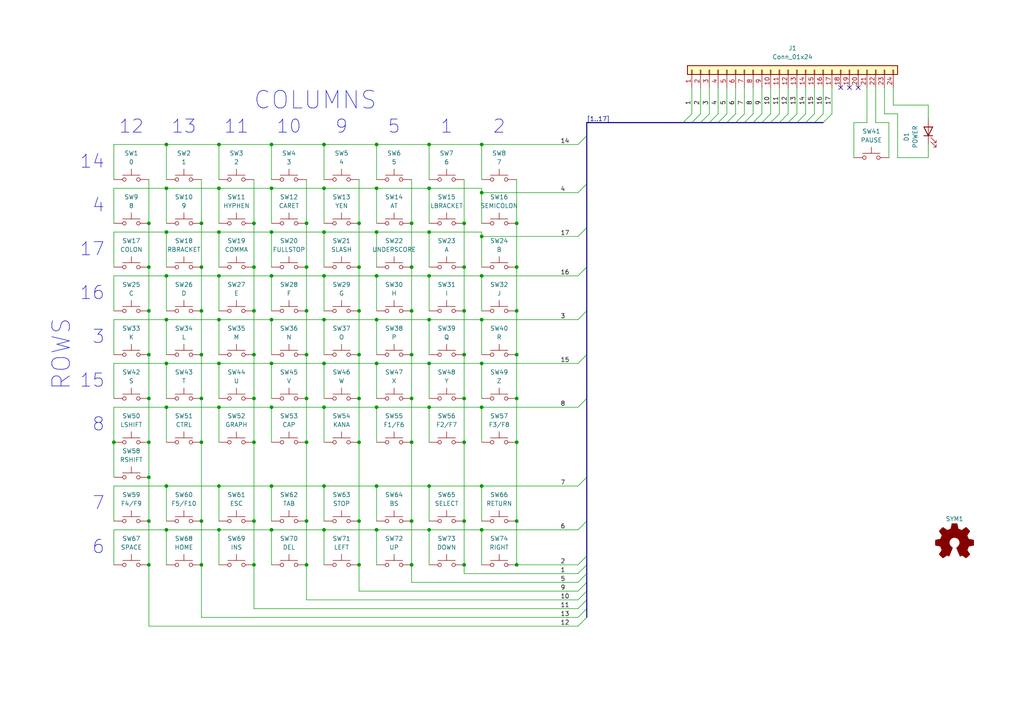
<source format=kicad_sch>
(kicad_sch (version 20231120) (generator "eeschema") (generator_version "8.0")
  (paper "A4")
  (title_block (title "HB-F1 MSX Keyboard Membrane Schematic") (date "2025-01-07") (rev "0.1") (comment 1 "This source describes Open Hardware and is licensed under the CERN-OHL-W v2 or later.") (comment 2 "Copyright Alexander Knapik 2025."))
  (lib_symbols
    (symbol "Connector_Generic:Conn_01x24" (pin_names (offset 1.016) hide)
      (property "Reference" "J" (at 0 30.48 0))
      (property "Value" "Conn_01x24" (at 0 -33.02 0))
      (symbol "Conn_01x24_1_1"
        (pin passive line (at -5.08 27.94 0) (length 3.81) (name "Pin_1") (number "1"))
        (pin passive line (at -5.08 5.08 0) (length 3.81) (name "Pin_10") (number "10"))
        (pin passive line (at -5.08 2.54 0) (length 3.81) (name "Pin_11") (number "11"))
        (pin passive line (at -5.08 0 0) (length 3.81) (name "Pin_12") (number "12"))
        (pin passive line (at -5.08 -2.54 0) (length 3.81) (name "Pin_13") (number "13"))
        (pin passive line (at -5.08 -5.08 0) (length 3.81) (name "Pin_14") (number "14"))
        (pin passive line (at -5.08 -7.62 0) (length 3.81) (name "Pin_15") (number "15"))
        (pin passive line (at -5.08 -10.16 0) (length 3.81) (name "Pin_16") (number "16"))
        (pin passive line (at -5.08 -12.7 0) (length 3.81) (name "Pin_17") (number "17"))
        (pin passive line (at -5.08 -15.24 0) (length 3.81) (name "Pin_18") (number "18"))
        (pin passive line (at -5.08 -17.78 0) (length 3.81) (name "Pin_19") (number "19"))
        (pin passive line (at -5.08 25.4 0) (length 3.81) (name "Pin_2") (number "2"))
        (pin passive line (at -5.08 -20.32 0) (length 3.81) (name "Pin_20") (number "20"))
        (pin passive line (at -5.08 -22.86 0) (length 3.81) (name "Pin_21") (number "21"))
        (pin passive line (at -5.08 -25.4 0) (length 3.81) (name "Pin_22") (number "22"))
        (pin passive line (at -5.08 -27.94 0) (length 3.81) (name "Pin_23") (number "23"))
        (pin passive line (at -5.08 -30.48 0) (length 3.81) (name "Pin_24") (number "24"))
        (pin passive line (at -5.08 22.86 0) (length 3.81) (name "Pin_3") (number "3"))
        (pin passive line (at -5.08 20.32 0) (length 3.81) (name "Pin_4") (number "4"))
        (pin passive line (at -5.08 17.78 0) (length 3.81) (name "Pin_5") (number "5"))
        (pin passive line (at -5.08 15.24 0) (length 3.81) (name "Pin_6") (number "6"))
        (pin passive line (at -5.08 12.7 0) (length 3.81) (name "Pin_7") (number "7"))
        (pin passive line (at -5.08 10.16 0) (length 3.81) (name "Pin_8") (number "8"))
        (pin passive line (at -5.08 7.62 0) (length 3.81) (name "Pin_9") (number "9"))
      )
    )
    (symbol "Device:LED" (pin_numbers hide) (pin_names (offset 1.016) hide)
      (property "Reference" "D" (at 0 2.54 0))
      (property "Value" "LED" (at 0 -2.54 0))
      (symbol "LED_1_1"
        (pin passive line (at -3.81 0 0) (length 2.54) (name "K") (number "1"))
        (pin passive line (at 3.81 0 180) (length 2.54) (name "A") (number "2"))
      )
    )
    (symbol "Graphic:Logo_Open_Hardware_Small" (in_bom no) (on_board no))
    (symbol "Switch:SW_Push" (pin_numbers hide) (pin_names (offset 1.016) hide)
      (property "Reference" "SW" (at 1.27 2.54 0))
      (property "Value" "SW_Push" (at 0 -1.524 0))
      (symbol "SW_Push_0_1"
        (pin passive line (at -5.08 0 0) (length 2.54) (name "1") (number "1"))
        (pin passive line (at 5.08 0 180) (length 2.54) (name "2") (number "2"))
      )
    )
  )
  (junction (at 104.14 64.77))
  (junction (at 119.38 151.13))
  (junction (at 43.18 138.43))
  (junction (at 48.26 67.31))
  (junction (at 48.26 92.71))
  (junction (at 109.22 67.31))
  (junction (at 43.18 115.57))
  (junction (at 43.18 77.47))
  (junction (at 78.74 153.67))
  (junction (at 134.62 102.87))
  (junction (at 63.5 92.71))
  (junction (at 88.9 115.57))
  (junction (at 43.18 64.77))
  (junction (at 104.14 128.27))
  (junction (at 63.5 105.41))
  (junction (at 109.22 140.97))
  (junction (at 134.62 115.57))
  (junction (at 73.66 163.83))
  (junction (at 139.7 55.88))
  (junction (at 149.86 77.47))
  (junction (at 119.38 115.57))
  (junction (at 58.42 128.27))
  (junction (at 119.38 102.87))
  (junction (at 48.26 140.97))
  (junction (at 124.46 105.41))
  (junction (at 109.22 153.67))
  (junction (at 149.86 151.13))
  (junction (at 149.86 90.17))
  (junction (at 88.9 64.77))
  (junction (at 73.66 90.17))
  (junction (at 109.22 105.41))
  (junction (at 58.42 64.77))
  (junction (at 93.98 67.31))
  (junction (at 43.18 90.17))
  (junction (at 78.74 118.11))
  (junction (at 139.7 118.11))
  (junction (at 134.62 77.47))
  (junction (at 63.5 54.61))
  (junction (at 93.98 54.61))
  (junction (at 134.62 151.13))
  (junction (at 134.62 128.27))
  (junction (at 63.5 67.31))
  (junction (at 58.42 163.83))
  (junction (at 93.98 153.67))
  (junction (at 93.98 118.11))
  (junction (at 73.66 151.13))
  (junction (at 73.66 128.27))
  (junction (at 78.74 67.31))
  (junction (at 149.86 102.87))
  (junction (at 63.5 153.67))
  (junction (at 104.14 102.87))
  (junction (at 58.42 77.47))
  (junction (at 78.74 140.97))
  (junction (at 109.22 92.71))
  (junction (at 104.14 151.13))
  (junction (at 104.14 90.17))
  (junction (at 124.46 92.71))
  (junction (at 124.46 140.97))
  (junction (at 48.26 153.67))
  (junction (at 93.98 92.71))
  (junction (at 43.18 163.83))
  (junction (at 88.9 90.17))
  (junction (at 48.26 80.01))
  (junction (at 124.46 80.01))
  (junction (at 109.22 54.61))
  (junction (at 88.9 77.47))
  (junction (at 78.74 54.61))
  (junction (at 119.38 163.83))
  (junction (at 58.42 115.57))
  (junction (at 48.26 54.61))
  (junction (at 73.66 115.57))
  (junction (at 33.02 128.27))
  (junction (at 119.38 77.47))
  (junction (at 63.5 118.11))
  (junction (at 139.7 68.58))
  (junction (at 124.46 118.11))
  (junction (at 124.46 54.61))
  (junction (at 124.46 153.67))
  (junction (at 139.7 153.67))
  (junction (at 78.74 80.01))
  (junction (at 119.38 128.27))
  (junction (at 43.18 151.13))
  (junction (at 139.7 80.01))
  (junction (at 73.66 77.47))
  (junction (at 78.74 41.91))
  (junction (at 63.5 140.97))
  (junction (at 63.5 80.01))
  (junction (at 109.22 118.11))
  (junction (at 93.98 105.41))
  (junction (at 104.14 163.83))
  (junction (at 48.26 105.41))
  (junction (at 149.86 163.83))
  (junction (at 93.98 140.97))
  (junction (at 58.42 90.17))
  (junction (at 104.14 77.47))
  (junction (at 109.22 80.01))
  (junction (at 149.86 115.57))
  (junction (at 73.66 102.87))
  (junction (at 139.7 92.71))
  (junction (at 58.42 102.87))
  (junction (at 124.46 67.31))
  (junction (at 93.98 80.01))
  (junction (at 109.22 41.91))
  (junction (at 63.5 41.91))
  (junction (at 134.62 90.17))
  (junction (at 93.98 41.91))
  (junction (at 78.74 105.41))
  (junction (at 88.9 102.87))
  (junction (at 134.62 64.77))
  (junction (at 58.42 151.13))
  (junction (at 48.26 41.91))
  (junction (at 139.7 41.91))
  (junction (at 104.14 115.57))
  (junction (at 149.86 64.77))
  (junction (at 119.38 64.77))
  (junction (at 119.38 90.17))
  (junction (at 43.18 102.87))
  (junction (at 48.26 118.11))
  (junction (at 73.66 64.77))
  (junction (at 88.9 163.83))
  (junction (at 139.7 140.97))
  (junction (at 149.86 128.27))
  (junction (at 139.7 105.41))
  (junction (at 88.9 151.13))
  (junction (at 43.18 128.27))
  (junction (at 88.9 128.27))
  (junction (at 124.46 41.91))
  (junction (at 134.62 163.83))
  (junction (at 78.74 92.71))
  (no_connect (at 243.84 25.4))
  (no_connect (at 246.38 25.4))
  (no_connect (at 248.92 25.4))
  (bus_entry (at 208.28 35.56) (size 2.54 -2.54))
  (bus_entry (at 167.64 168.91) (size 2.54 -2.54))
  (bus_entry (at 215.9 35.56) (size 2.54 -2.54))
  (bus_entry (at 167.64 153.67) (size 2.54 -2.54))
  (bus_entry (at 167.64 166.37) (size 2.54 -2.54))
  (bus_entry (at 231.14 35.56) (size 2.54 -2.54))
  (bus_entry (at 167.64 163.83) (size 2.54 -2.54))
  (bus_entry (at 167.64 41.91) (size 2.54 -2.54))
  (bus_entry (at 238.76 35.56) (size 2.54 -2.54))
  (bus_entry (at 167.64 80.01) (size 2.54 -2.54))
  (bus_entry (at 213.36 35.56) (size 2.54 -2.54))
  (bus_entry (at 167.64 92.71) (size 2.54 -2.54))
  (bus_entry (at 167.64 171.45) (size 2.54 -2.54))
  (bus_entry (at 203.2 35.56) (size 2.54 -2.54))
  (bus_entry (at 167.64 55.88) (size 2.54 -2.54))
  (bus_entry (at 205.74 35.56) (size 2.54 -2.54))
  (bus_entry (at 228.6 35.56) (size 2.54 -2.54))
  (bus_entry (at 167.64 173.99) (size 2.54 -2.54))
  (bus_entry (at 167.64 176.53) (size 2.54 -2.54))
  (bus_entry (at 167.64 118.11) (size 2.54 -2.54))
  (bus_entry (at 233.68 35.56) (size 2.54 -2.54))
  (bus_entry (at 167.64 105.41) (size 2.54 -2.54))
  (bus_entry (at 200.66 35.56) (size 2.54 -2.54))
  (bus_entry (at 223.52 35.56) (size 2.54 -2.54))
  (bus_entry (at 220.98 35.56) (size 2.54 -2.54))
  (bus_entry (at 167.64 140.97) (size 2.54 -2.54))
  (bus_entry (at 198.12 35.56) (size 2.54 -2.54))
  (bus_entry (at 218.44 35.56) (size 2.54 -2.54))
  (bus_entry (at 167.64 181.61) (size 2.54 -2.54))
  (bus_entry (at 210.82 35.56) (size 2.54 -2.54))
  (bus_entry (at 226.06 35.56) (size 2.54 -2.54))
  (bus_entry (at 167.64 68.58) (size 2.54 -2.54))
  (bus_entry (at 236.22 35.56) (size 2.54 -2.54))
  (bus_entry (at 167.64 179.07) (size 2.54 -2.54))
  (wire (pts (xy 43.18 52.07) (xy 43.18 64.77)))
  (wire (pts (xy 124.46 118.11) (xy 109.22 118.11)))
  (wire (pts (xy 78.74 41.91) (xy 78.74 52.07)))
  (wire (pts (xy 63.5 80.01) (xy 48.26 80.01)))
  (wire (pts (xy 269.24 30.48) (xy 269.24 34.29)))
  (wire (pts (xy 93.98 80.01) (xy 93.98 90.17)))
  (wire (pts (xy 260.35 33.02) (xy 260.35 45.72)))
  (bus (pts (xy 236.22 35.56) (xy 238.76 35.56)))
  (wire (pts (xy 109.22 67.31) (xy 109.22 77.47)))
  (wire (pts (xy 134.62 115.57) (xy 134.62 128.27)))
  (wire (pts (xy 63.5 118.11) (xy 48.26 118.11)))
  (wire (pts (xy 124.46 41.91) (xy 139.7 41.91)))
  (wire (pts (xy 247.65 35.56) (xy 251.46 35.56)))
  (wire (pts (xy 109.22 54.61) (xy 109.22 64.77)))
  (wire (pts (xy 139.7 80.01) (xy 139.7 90.17)))
  (wire (pts (xy 93.98 41.91) (xy 93.98 52.07)))
  (wire (pts (xy 119.38 168.91) (xy 167.64 168.91)))
  (wire (pts (xy 124.46 80.01) (xy 139.7 80.01)))
  (wire (pts (xy 33.02 54.61) (xy 33.02 64.77)))
  (wire (pts (xy 139.7 118.11) (xy 167.64 118.11)))
  (wire (pts (xy 119.38 115.57) (xy 119.38 128.27)))
  (wire (pts (xy 220.98 33.02) (xy 220.98 25.4)))
  (wire (pts (xy 63.5 92.71) (xy 78.74 92.71)))
  (wire (pts (xy 48.26 92.71) (xy 33.02 92.71)))
  (wire (pts (xy 139.7 67.31) (xy 139.7 68.58)))
  (wire (pts (xy 139.7 41.91) (xy 167.64 41.91)))
  (bus (pts (xy 228.6 35.56) (xy 231.14 35.56)))
  (wire (pts (xy 233.68 33.02) (xy 233.68 25.4)))
  (wire (pts (xy 149.86 151.13) (xy 149.86 163.83)))
  (wire (pts (xy 93.98 41.91) (xy 78.74 41.91)))
  (wire (pts (xy 73.66 64.77) (xy 73.66 77.47)))
  (bus (pts (xy 233.68 35.56) (xy 236.22 35.56)))
  (wire (pts (xy 200.66 33.02) (xy 200.66 25.4)))
  (bus (pts (xy 170.18 77.47) (xy 170.18 66.04)))
  (wire (pts (xy 48.26 67.31) (xy 48.26 77.47)))
  (wire (pts (xy 73.66 52.07) (xy 73.66 64.77)))
  (wire (pts (xy 104.14 171.45) (xy 167.64 171.45)))
  (wire (pts (xy 73.66 163.83) (xy 73.66 176.53)))
  (wire (pts (xy 109.22 92.71) (xy 124.46 92.71)))
  (wire (pts (xy 124.46 105.41) (xy 139.7 105.41)))
  (wire (pts (xy 256.54 33.02) (xy 260.35 33.02)))
  (wire (pts (xy 93.98 54.61) (xy 93.98 64.77)))
  (wire (pts (xy 48.26 105.41) (xy 48.26 115.57)))
  (wire (pts (xy 124.46 92.71) (xy 139.7 92.71)))
  (wire (pts (xy 124.46 140.97) (xy 109.22 140.97)))
  (wire (pts (xy 109.22 118.11) (xy 109.22 128.27)))
  (wire (pts (xy 48.26 80.01) (xy 33.02 80.01)))
  (wire (pts (xy 58.42 128.27) (xy 58.42 151.13)))
  (wire (pts (xy 238.76 33.02) (xy 238.76 25.4)))
  (wire (pts (xy 139.7 55.88) (xy 139.7 64.77)))
  (wire (pts (xy 93.98 54.61) (xy 78.74 54.61)))
  (bus (pts (xy 210.82 35.56) (xy 213.36 35.56)))
  (wire (pts (xy 43.18 163.83) (xy 43.18 181.61)))
  (wire (pts (xy 124.46 153.67) (xy 109.22 153.67)))
  (wire (pts (xy 73.66 102.87) (xy 73.66 115.57)))
  (wire (pts (xy 139.7 153.67) (xy 167.64 153.67)))
  (wire (pts (xy 48.26 118.11) (xy 33.02 118.11)))
  (wire (pts (xy 93.98 92.71) (xy 93.98 102.87)))
  (bus (pts (xy 215.9 35.56) (xy 218.44 35.56)))
  (wire (pts (xy 254 35.56) (xy 254 25.4)))
  (bus (pts (xy 170.18 115.57) (xy 170.18 102.87)))
  (wire (pts (xy 218.44 33.02) (xy 218.44 25.4)))
  (wire (pts (xy 88.9 163.83) (xy 88.9 173.99)))
  (wire (pts (xy 119.38 77.47) (xy 119.38 90.17)))
  (bus (pts (xy 170.18 173.99) (xy 170.18 171.45)))
  (bus (pts (xy 231.14 35.56) (xy 233.68 35.56)))
  (wire (pts (xy 48.26 92.71) (xy 63.5 92.71)))
  (wire (pts (xy 124.46 140.97) (xy 124.46 151.13)))
  (wire (pts (xy 33.02 80.01) (xy 33.02 90.17)))
  (wire (pts (xy 119.38 52.07) (xy 119.38 64.77)))
  (bus (pts (xy 170.18 53.34) (xy 170.18 39.37)))
  (wire (pts (xy 63.5 105.41) (xy 63.5 115.57)))
  (wire (pts (xy 215.9 33.02) (xy 215.9 25.4)))
  (wire (pts (xy 78.74 118.11) (xy 78.74 128.27)))
  (wire (pts (xy 149.86 52.07) (xy 149.86 64.77)))
  (wire (pts (xy 241.3 33.02) (xy 241.3 25.4)))
  (wire (pts (xy 119.38 102.87) (xy 119.38 115.57)))
  (wire (pts (xy 43.18 138.43) (xy 43.18 151.13)))
  (wire (pts (xy 78.74 140.97) (xy 78.74 151.13)))
  (wire (pts (xy 58.42 151.13) (xy 58.42 163.83)))
  (bus (pts (xy 170.18 168.91) (xy 170.18 166.37)))
  (wire (pts (xy 43.18 181.61) (xy 167.64 181.61)))
  (wire (pts (xy 48.26 153.67) (xy 48.26 163.83)))
  (wire (pts (xy 269.24 45.72) (xy 269.24 41.91)))
  (bus (pts (xy 170.18 166.37) (xy 170.18 163.83)))
  (wire (pts (xy 134.62 166.37) (xy 167.64 166.37)))
  (wire (pts (xy 58.42 77.47) (xy 58.42 90.17)))
  (wire (pts (xy 119.38 128.27) (xy 119.38 151.13)))
  (wire (pts (xy 139.7 55.88) (xy 167.64 55.88)))
  (wire (pts (xy 139.7 68.58) (xy 139.7 77.47)))
  (wire (pts (xy 124.46 80.01) (xy 124.46 90.17)))
  (wire (pts (xy 33.02 153.67) (xy 33.02 163.83)))
  (bus (pts (xy 220.98 35.56) (xy 223.52 35.56)))
  (wire (pts (xy 48.26 153.67) (xy 33.02 153.67)))
  (wire (pts (xy 149.86 90.17) (xy 149.86 102.87)))
  (wire (pts (xy 78.74 105.41) (xy 63.5 105.41)))
  (wire (pts (xy 63.5 54.61) (xy 63.5 64.77)))
  (wire (pts (xy 139.7 105.41) (xy 139.7 115.57)))
  (wire (pts (xy 124.46 140.97) (xy 139.7 140.97)))
  (wire (pts (xy 48.26 41.91) (xy 48.26 52.07)))
  (wire (pts (xy 58.42 90.17) (xy 58.42 102.87)))
  (wire (pts (xy 109.22 92.71) (xy 109.22 102.87)))
  (wire (pts (xy 124.46 105.41) (xy 124.46 115.57)))
  (wire (pts (xy 58.42 52.07) (xy 58.42 64.77)))
  (wire (pts (xy 78.74 67.31) (xy 93.98 67.31)))
  (wire (pts (xy 93.98 118.11) (xy 78.74 118.11)))
  (wire (pts (xy 63.5 67.31) (xy 63.5 77.47)))
  (wire (pts (xy 78.74 67.31) (xy 78.74 77.47)))
  (wire (pts (xy 109.22 140.97) (xy 109.22 151.13)))
  (wire (pts (xy 210.82 33.02) (xy 210.82 25.4)))
  (bus (pts (xy 170.18 176.53) (xy 170.18 173.99)))
  (bus (pts (xy 170.18 66.04) (xy 170.18 53.34)))
  (wire (pts (xy 139.7 118.11) (xy 139.7 128.27)))
  (wire (pts (xy 73.66 176.53) (xy 167.64 176.53)))
  (wire (pts (xy 124.46 153.67) (xy 124.46 163.83)))
  (wire (pts (xy 73.66 151.13) (xy 73.66 163.83)))
  (wire (pts (xy 134.62 77.47) (xy 134.62 90.17)))
  (wire (pts (xy 63.5 80.01) (xy 63.5 90.17)))
  (wire (pts (xy 88.9 77.47) (xy 88.9 90.17)))
  (wire (pts (xy 78.74 54.61) (xy 63.5 54.61)))
  (wire (pts (xy 149.86 77.47) (xy 149.86 90.17)))
  (wire (pts (xy 149.86 128.27) (xy 149.86 151.13)))
  (wire (pts (xy 58.42 102.87) (xy 58.42 115.57)))
  (wire (pts (xy 33.02 118.11) (xy 33.02 128.27)))
  (wire (pts (xy 134.62 52.07) (xy 134.62 64.77)))
  (wire (pts (xy 63.5 67.31) (xy 48.26 67.31)))
  (wire (pts (xy 93.98 153.67) (xy 93.98 163.83)))
  (wire (pts (xy 149.86 64.77) (xy 149.86 77.47)))
  (wire (pts (xy 109.22 105.41) (xy 109.22 115.57)))
  (wire (pts (xy 63.5 153.67) (xy 63.5 163.83)))
  (wire (pts (xy 43.18 115.57) (xy 43.18 128.27)))
  (wire (pts (xy 139.7 92.71) (xy 167.64 92.71)))
  (wire (pts (xy 48.26 105.41) (xy 33.02 105.41)))
  (wire (pts (xy 124.46 118.11) (xy 124.46 128.27)))
  (wire (pts (xy 223.52 33.02) (xy 223.52 25.4)))
  (wire (pts (xy 93.98 105.41) (xy 78.74 105.41)))
  (wire (pts (xy 139.7 140.97) (xy 139.7 151.13)))
  (wire (pts (xy 73.66 128.27) (xy 73.66 151.13)))
  (wire (pts (xy 48.26 54.61) (xy 33.02 54.61)))
  (wire (pts (xy 63.5 41.91) (xy 48.26 41.91)))
  (wire (pts (xy 149.86 115.57) (xy 149.86 128.27)))
  (wire (pts (xy 109.22 118.11) (xy 93.98 118.11)))
  (wire (pts (xy 269.24 30.48) (xy 259.08 30.48)))
  (wire (pts (xy 228.6 33.02) (xy 228.6 25.4)))
  (wire (pts (xy 109.22 153.67) (xy 109.22 163.83)))
  (wire (pts (xy 48.26 118.11) (xy 48.26 128.27)))
  (wire (pts (xy 48.26 80.01) (xy 48.26 90.17)))
  (wire (pts (xy 109.22 80.01) (xy 109.22 90.17)))
  (wire (pts (xy 58.42 179.07) (xy 167.64 179.07)))
  (wire (pts (xy 203.2 33.02) (xy 203.2 25.4)))
  (wire (pts (xy 43.18 128.27) (xy 43.18 138.43)))
  (wire (pts (xy 78.74 80.01) (xy 63.5 80.01)))
  (wire (pts (xy 63.5 140.97) (xy 63.5 151.13)))
  (bus (pts (xy 223.52 35.56) (xy 226.06 35.56)))
  (wire (pts (xy 208.28 33.02) (xy 208.28 25.4)))
  (wire (pts (xy 93.98 67.31) (xy 93.98 77.47)))
  (wire (pts (xy 109.22 41.91) (xy 93.98 41.91)))
  (wire (pts (xy 231.14 33.02) (xy 231.14 25.4)))
  (wire (pts (xy 134.62 151.13) (xy 134.62 163.83)))
  (wire (pts (xy 139.7 105.41) (xy 167.64 105.41)))
  (wire (pts (xy 93.98 153.67) (xy 78.74 153.67)))
  (wire (pts (xy 251.46 35.56) (xy 251.46 25.4)))
  (wire (pts (xy 124.46 54.61) (xy 124.46 64.77)))
  (wire (pts (xy 48.26 92.71) (xy 48.26 102.87)))
  (wire (pts (xy 93.98 105.41) (xy 93.98 115.57)))
  (bus (pts (xy 226.06 35.56) (xy 228.6 35.56)))
  (bus (pts (xy 170.18 102.87) (xy 170.18 90.17)))
  (bus (pts (xy 170.18 163.83) (xy 170.18 161.29)))
  (wire (pts (xy 78.74 54.61) (xy 78.74 64.77)))
  (wire (pts (xy 109.22 41.91) (xy 109.22 52.07)))
  (wire (pts (xy 58.42 163.83) (xy 58.42 179.07)))
  (wire (pts (xy 256.54 33.02) (xy 256.54 25.4)))
  (wire (pts (xy 73.66 77.47) (xy 73.66 90.17)))
  (wire (pts (xy 134.62 102.87) (xy 134.62 115.57)))
  (wire (pts (xy 78.74 105.41) (xy 78.74 115.57)))
  (wire (pts (xy 124.46 67.31) (xy 124.46 77.47)))
  (bus (pts (xy 218.44 35.56) (xy 220.98 35.56)))
  (wire (pts (xy 124.46 54.61) (xy 109.22 54.61)))
  (wire (pts (xy 63.5 54.61) (xy 48.26 54.61)))
  (wire (pts (xy 88.9 64.77) (xy 88.9 77.47)))
  (wire (pts (xy 134.62 64.77) (xy 134.62 77.47)))
  (wire (pts (xy 139.7 92.71) (xy 139.7 102.87)))
  (wire (pts (xy 78.74 153.67) (xy 63.5 153.67)))
  (bus (pts (xy 208.28 35.56) (xy 210.82 35.56)))
  (wire (pts (xy 247.65 35.56) (xy 247.65 45.72)))
  (wire (pts (xy 93.98 80.01) (xy 109.22 80.01)))
  (wire (pts (xy 48.26 67.31) (xy 33.02 67.31)))
  (wire (pts (xy 78.74 140.97) (xy 63.5 140.97)))
  (wire (pts (xy 254 35.56) (xy 257.81 35.56)))
  (wire (pts (xy 93.98 80.01) (xy 78.74 80.01)))
  (bus (pts (xy 170.18 179.07) (xy 170.18 176.53)))
  (wire (pts (xy 226.06 33.02) (xy 226.06 25.4)))
  (wire (pts (xy 88.9 151.13) (xy 88.9 163.83)))
  (wire (pts (xy 63.5 118.11) (xy 63.5 128.27)))
  (bus (pts (xy 203.2 35.56) (xy 205.74 35.56)))
  (wire (pts (xy 33.02 105.41) (xy 33.02 115.57)))
  (wire (pts (xy 63.5 140.97) (xy 48.26 140.97)))
  (bus (pts (xy 200.66 35.56) (xy 203.2 35.56)))
  (wire (pts (xy 43.18 90.17) (xy 43.18 102.87)))
  (bus (pts (xy 170.18 171.45) (xy 170.18 168.91)))
  (wire (pts (xy 205.74 33.02) (xy 205.74 25.4)))
  (wire (pts (xy 139.7 80.01) (xy 167.64 80.01)))
  (wire (pts (xy 43.18 102.87) (xy 43.18 115.57)))
  (wire (pts (xy 78.74 80.01) (xy 78.74 90.17)))
  (wire (pts (xy 43.18 77.47) (xy 43.18 90.17)))
  (wire (pts (xy 109.22 41.91) (xy 124.46 41.91)))
  (wire (pts (xy 48.26 140.97) (xy 48.26 151.13)))
  (wire (pts (xy 139.7 68.58) (xy 167.64 68.58)))
  (wire (pts (xy 109.22 54.61) (xy 93.98 54.61)))
  (bus (pts (xy 198.12 35.56) (xy 200.66 35.56)))
  (wire (pts (xy 119.38 64.77) (xy 119.38 77.47)))
  (wire (pts (xy 124.46 92.71) (xy 124.46 102.87)))
  (wire (pts (xy 43.18 151.13) (xy 43.18 163.83)))
  (wire (pts (xy 139.7 54.61) (xy 124.46 54.61)))
  (wire (pts (xy 104.14 151.13) (xy 104.14 163.83)))
  (wire (pts (xy 63.5 105.41) (xy 48.26 105.41)))
  (wire (pts (xy 58.42 115.57) (xy 58.42 128.27)))
  (wire (pts (xy 213.36 33.02) (xy 213.36 25.4)))
  (wire (pts (xy 124.46 41.91) (xy 124.46 52.07)))
  (wire (pts (xy 109.22 140.97) (xy 93.98 140.97)))
  (wire (pts (xy 134.62 128.27) (xy 134.62 151.13)))
  (bus (pts (xy 213.36 35.56) (xy 215.9 35.56)))
  (wire (pts (xy 88.9 115.57) (xy 88.9 128.27)))
  (wire (pts (xy 259.08 30.48) (xy 259.08 25.4)))
  (wire (pts (xy 149.86 102.87) (xy 149.86 115.57)))
  (wire (pts (xy 48.26 54.61) (xy 48.26 64.77)))
  (wire (pts (xy 139.7 153.67) (xy 139.7 163.83)))
  (wire (pts (xy 48.26 41.91) (xy 33.02 41.91)))
  (wire (pts (xy 63.5 92.71) (xy 63.5 102.87)))
  (wire (pts (xy 78.74 118.11) (xy 63.5 118.11)))
  (wire (pts (xy 104.14 128.27) (xy 104.14 151.13)))
  (wire (pts (xy 124.46 153.67) (xy 139.7 153.67)))
  (wire (pts (xy 104.14 163.83) (xy 104.14 171.45)))
  (wire (pts (xy 139.7 41.91) (xy 139.7 52.07)))
  (wire (pts (xy 109.22 105.41) (xy 93.98 105.41)))
  (bus (pts (xy 170.18 35.56) (xy 170.18 39.37)))
  (wire (pts (xy 104.14 77.47) (xy 104.14 90.17)))
  (wire (pts (xy 109.22 153.67) (xy 93.98 153.67)))
  (bus (pts (xy 170.18 35.56) (xy 198.12 35.56)))
  (wire (pts (xy 73.66 90.17) (xy 73.66 102.87)))
  (wire (pts (xy 93.98 67.31) (xy 109.22 67.31)))
  (wire (pts (xy 88.9 173.99) (xy 167.64 173.99)))
  (wire (pts (xy 93.98 140.97) (xy 93.98 151.13)))
  (wire (pts (xy 260.35 45.72) (xy 269.24 45.72)))
  (wire (pts (xy 63.5 153.67) (xy 48.26 153.67)))
  (wire (pts (xy 139.7 55.88) (xy 139.7 54.61)))
  (bus (pts (xy 205.74 35.56) (xy 208.28 35.56)))
  (wire (pts (xy 124.46 67.31) (xy 139.7 67.31)))
  (wire (pts (xy 78.74 153.67) (xy 78.74 163.83)))
  (wire (pts (xy 33.02 140.97) (xy 33.02 151.13)))
  (wire (pts (xy 93.98 118.11) (xy 93.98 128.27)))
  (wire (pts (xy 78.74 67.31) (xy 63.5 67.31)))
  (wire (pts (xy 93.98 92.71) (xy 109.22 92.71)))
  (wire (pts (xy 104.14 90.17) (xy 104.14 102.87)))
  (wire (pts (xy 124.46 118.11) (xy 139.7 118.11)))
  (wire (pts (xy 33.02 92.71) (xy 33.02 102.87)))
  (wire (pts (xy 73.66 115.57) (xy 73.66 128.27)))
  (wire (pts (xy 58.42 64.77) (xy 58.42 77.47)))
  (wire (pts (xy 236.22 33.02) (xy 236.22 25.4)))
  (wire (pts (xy 119.38 90.17) (xy 119.38 102.87)))
  (wire (pts (xy 78.74 92.71) (xy 93.98 92.71)))
  (wire (pts (xy 33.02 128.27) (xy 33.02 138.43)))
  (wire (pts (xy 48.26 140.97) (xy 33.02 140.97)))
  (wire (pts (xy 104.14 64.77) (xy 104.14 77.47)))
  (wire (pts (xy 78.74 92.71) (xy 78.74 102.87)))
  (wire (pts (xy 124.46 105.41) (xy 109.22 105.41)))
  (wire (pts (xy 134.62 90.17) (xy 134.62 102.87)))
  (wire (pts (xy 119.38 151.13) (xy 119.38 163.83)))
  (wire (pts (xy 109.22 67.31) (xy 124.46 67.31)))
  (bus (pts (xy 170.18 90.17) (xy 170.18 77.47)))
  (wire (pts (xy 88.9 90.17) (xy 88.9 102.87)))
  (wire (pts (xy 33.02 41.91) (xy 33.02 52.07)))
  (wire (pts (xy 139.7 140.97) (xy 167.64 140.97)))
  (bus (pts (xy 170.18 161.29) (xy 170.18 151.13)))
  (wire (pts (xy 119.38 163.83) (xy 119.38 168.91)))
  (wire (pts (xy 88.9 128.27) (xy 88.9 151.13)))
  (wire (pts (xy 149.86 163.83) (xy 167.64 163.83)))
  (wire (pts (xy 63.5 41.91) (xy 63.5 52.07)))
  (bus (pts (xy 170.18 151.13) (xy 170.18 138.43)))
  (wire (pts (xy 88.9 52.07) (xy 88.9 64.77)))
  (wire (pts (xy 257.81 35.56) (xy 257.81 45.72)))
  (wire (pts (xy 104.14 52.07) (xy 104.14 64.77)))
  (wire (pts (xy 134.62 163.83) (xy 134.62 166.37)))
  (wire (pts (xy 78.74 41.91) (xy 63.5 41.91)))
  (bus (pts (xy 170.18 138.43) (xy 170.18 115.57)))
  (wire (pts (xy 109.22 80.01) (xy 124.46 80.01)))
  (wire (pts (xy 93.98 140.97) (xy 78.74 140.97)))
  (wire (pts (xy 88.9 102.87) (xy 88.9 115.57)))
  (wire (pts (xy 104.14 115.57) (xy 104.14 128.27)))
  (wire (pts (xy 33.02 67.31) (xy 33.02 77.47)))
  (wire (pts (xy 43.18 64.77) (xy 43.18 77.47)))
  (wire (pts (xy 104.14 102.87) (xy 104.14 115.57)))
  (text "4" (at 30.48 59.69 0) (effects (font (size 3.81 3.81)) (justify right)))
  (text "10" (at 83.82 36.83 0) (effects (font (size 3.81 3.81))))
  (text "COLUMNS" (at 91.44 29.21 0) (effects (font (size 5.08 5.08))))
  (text "17" (at 30.48 72.39 0) (effects (font (size 3.81 3.81)) (justify right)))
  (text "12" (at 38.1 36.83 0) (effects (font (size 3.81 3.81))))
  (text "7" (at 30.48 146.05 0) (effects (font (size 3.81 3.81)) (justify right)))
  (text "3" (at 30.48 97.79 0) (effects (font (size 3.81 3.81)) (justify right)))
  (text "8" (at 30.48 123.19 0) (effects (font (size 3.81 3.81)) (justify right)))
  (text "9" (at 99.06 36.83 0) (effects (font (size 3.81 3.81))))
  (text "16" (at 30.48 85.09 0) (effects (font (size 3.81 3.81)) (justify right)))
  (text "13" (at 53.34 36.83 0) (effects (font (size 3.81 3.81))))
  (text "11" (at 68.58 36.83 0) (effects (font (size 3.81 3.81))))
  (text "14" (at 30.48 46.99 0) (effects (font (size 3.81 3.81)) (justify right)))
  (text "5" (at 114.3 36.83 0) (effects (font (size 3.81 3.81))))
  (text "ROWS" (at 17.78 102.87 90) (effects (font (size 5.08 5.08))))
  (text "1" (at 129.54 36.83 0) (effects (font (size 3.81 3.81))))
  (text "2" (at 144.78 36.83 0) (effects (font (size 3.81 3.81))))
  (text "15" (at 30.48 110.49 0) (effects (font (size 3.81 3.81)) (justify right)))
  (text "6" (at 30.48 158.75 0) (effects (font (size 3.81 3.81)) (justify right)))
  (label "[1..17]" (at 170.18 35.56 0))
  (label "9" (at 220.98 30.48 90))
  (label "8" (at 218.44 30.48 90))
  (label "12" (at 228.6 30.48 90))
  (label "16" (at 238.76 30.48 90))
  (label "14" (at 233.68 30.48 90))
  (label "17" (at 241.3 30.48 90))
  (label "17" (at 162.56 68.58 0))
  (label "4" (at 162.56 55.88 0))
  (label "5" (at 210.82 30.48 90))
  (label "6" (at 213.36 30.48 90))
  (label "4" (at 208.28 30.48 90))
  (label "15" (at 162.56 105.41 0))
  (label "13" (at 162.56 179.07 0))
  (label "5" (at 162.56 168.91 0))
  (label "7" (at 162.56 140.97 0))
  (label "9" (at 162.56 171.45 0))
  (label "16" (at 162.56 80.01 0))
  (label "3" (at 162.56 92.71 0))
  (label "15" (at 236.22 30.48 90))
  (label "14" (at 162.56 41.91 0))
  (label "10" (at 223.52 30.48 90))
  (label "8" (at 162.56 118.11 0))
  (label "2" (at 162.56 163.83 0))
  (label "3" (at 205.74 30.48 90))
  (label "10" (at 162.56 173.99 0))
  (label "11" (at 226.06 30.48 90))
  (label "1" (at 162.56 166.37 0))
  (label "6" (at 162.56 153.67 0))
  (label "1" (at 200.66 30.48 90))
  (label "12" (at 162.56 181.61 0))
  (label "7" (at 215.9 30.48 90))
  (label "2" (at 203.2 30.48 90))
  (label "13" (at 231.14 30.48 90))
  (label "11" (at 162.56 176.53 0))
  (symbol (lib_id "Switch:SW_Push") (at 68.58 163.83 0) (unit 1)
    (property "Reference" "SW69" (at 68.58 156.21 0))
    (property "Value" "INS" (at 68.58 158.75 0))
    (property "Footprint" "Sony_Hit_Bit:Switch" (effects (hide yes)))
    (property "Description" "Push button switch, generic, two pins" (effects (hide yes)))
  )
  (symbol (lib_id "Switch:SW_Push") (at 38.1 138.43 0) (unit 1)
    (property "Reference" "SW58" (at 38.1 130.81 0))
    (property "Value" "RSHIFT" (at 38.1 133.35 0))
    (property "Footprint" "Sony_Hit_Bit:Switch" (effects (hide yes)))
    (property "Description" "Push button switch, generic, two pins" (effects (hide yes)))
  )
  (symbol (lib_id "Switch:SW_Push") (at 38.1 77.47 0) (unit 1)
    (property "Reference" "SW17" (at 38.1 69.85 0))
    (property "Value" "COLON" (at 38.1 72.39 0))
    (property "Footprint" "Sony_Hit_Bit:Switch" (effects (hide yes)))
    (property "Description" "Push button switch, generic, two pins" (effects (hide yes)))
  )
  (symbol (lib_id "Switch:SW_Push") (at 83.82 90.17 0) (unit 1)
    (property "Reference" "SW28" (at 83.82 82.55 0))
    (property "Value" "F" (at 83.82 85.09 0))
    (property "Footprint" "Sony_Hit_Bit:Switch" (effects (hide yes)))
    (property "Description" "Push button switch, generic, two pins" (effects (hide yes)))
  )
  (symbol (lib_id "Switch:SW_Push") (at 144.78 64.77 0) (unit 1)
    (property "Reference" "SW16" (at 144.78 57.15 0))
    (property "Value" "SEMICOLON" (at 144.78 59.69 0))
    (property "Footprint" "Sony_Hit_Bit:Switch" (effects (hide yes)))
    (property "Description" "Push button switch, generic, two pins" (effects (hide yes)))
  )
  (symbol (lib_id "Switch:SW_Push") (at 99.06 115.57 0) (unit 1)
    (property "Reference" "SW46" (at 99.06 107.95 0))
    (property "Value" "W" (at 99.06 110.49 0))
    (property "Footprint" "Sony_Hit_Bit:Switch" (effects (hide yes)))
    (property "Description" "Push button switch, generic, two pins" (effects (hide yes)))
  )
  (symbol (lib_id "Switch:SW_Push") (at 129.54 115.57 0) (unit 1)
    (property "Reference" "SW48" (at 129.54 107.95 0))
    (property "Value" "Y" (at 129.54 110.49 0))
    (property "Footprint" "Sony_Hit_Bit:Switch" (effects (hide yes)))
    (property "Description" "Push button switch, generic, two pins" (effects (hide yes)))
  )
  (symbol (lib_id "Device:LED") (at 269.24 38.1 90) (unit 1)
    (property "Reference" "D1" (at 262.89 39.6875 0))
    (property "Value" "POWER" (at 265.43 39.6875 0))
    (property "Footprint" "Sony_Hit_Bit:LED" (effects (hide yes)))
    (property "Description" "Light emitting diode" (effects (hide yes)))
  )
  (symbol (lib_id "Connector_Generic:Conn_01x24") (at 228.6 20.32 90) (unit 1)
    (property "Reference" "J1" (at 229.87 13.97 90))
    (property "Value" "Conn_01x24" (at 229.87 16.51 90))
    (property "Footprint" "Sony_Hit_Bit:Connector" (effects (hide yes)))
    (property "Description" "Generic connector, single row, 01x24, script generated (kicad-library-utils/schlib/autogen/connector/)" (effects (hide yes)))
  )
  (symbol (lib_id "Switch:SW_Push") (at 68.58 77.47 0) (unit 1)
    (property "Reference" "SW19" (at 68.58 69.85 0))
    (property "Value" "COMMA" (at 68.58 72.39 0))
    (property "Footprint" "Sony_Hit_Bit:Switch" (effects (hide yes)))
    (property "Description" "Push button switch, generic, two pins" (effects (hide yes)))
  )
  (symbol (lib_id "Switch:SW_Push") (at 144.78 77.47 0) (unit 1)
    (property "Reference" "SW24" (at 144.78 69.85 0))
    (property "Value" "B" (at 144.78 72.39 0))
    (property "Footprint" "Sony_Hit_Bit:Switch" (effects (hide yes)))
    (property "Description" "Push button switch, generic, two pins" (effects (hide yes)))
  )
  (symbol (lib_id "Switch:SW_Push") (at 83.82 77.47 0) (unit 1)
    (property "Reference" "SW20" (at 83.82 69.85 0))
    (property "Value" "FULLSTOP" (at 83.82 72.39 0))
    (property "Footprint" "Sony_Hit_Bit:Switch" (effects (hide yes)))
    (property "Description" "Push button switch, generic, two pins" (effects (hide yes)))
  )
  (symbol (lib_id "Switch:SW_Push") (at 83.82 115.57 0) (unit 1)
    (property "Reference" "SW45" (at 83.82 107.95 0))
    (property "Value" "V" (at 83.82 110.49 0))
    (property "Footprint" "Sony_Hit_Bit:Switch" (effects (hide yes)))
    (property "Description" "Push button switch, generic, two pins" (effects (hide yes)))
  )
  (symbol (lib_id "Switch:SW_Push") (at 114.3 64.77 0) (unit 1)
    (property "Reference" "SW14" (at 114.3 57.15 0))
    (property "Value" "AT" (at 114.3 59.69 0))
    (property "Footprint" "Sony_Hit_Bit:Switch" (effects (hide yes)))
    (property "Description" "Push button switch, generic, two pins" (effects (hide yes)))
  )
  (symbol (lib_id "Switch:SW_Push") (at 144.78 151.13 0) (unit 1)
    (property "Reference" "SW66" (at 144.78 143.51 0))
    (property "Value" "RETURN" (at 144.78 146.05 0))
    (property "Footprint" "Sony_Hit_Bit:Switch" (effects (hide yes)))
    (property "Description" "Push button switch, generic, two pins" (effects (hide yes)))
  )
  (symbol (lib_id "Switch:SW_Push") (at 68.58 52.07 0) (unit 1)
    (property "Reference" "SW3" (at 68.58 44.45 0))
    (property "Value" "2" (at 68.58 46.99 0))
    (property "Footprint" "Sony_Hit_Bit:Switch" (effects (hide yes)))
    (property "Description" "Push button switch, generic, two pins" (effects (hide yes)))
  )
  (symbol (lib_id "Switch:SW_Push") (at 53.34 163.83 0) (unit 1)
    (property "Reference" "SW68" (at 53.34 156.21 0))
    (property "Value" "HOME" (at 53.34 158.75 0))
    (property "Footprint" "Sony_Hit_Bit:Switch" (effects (hide yes)))
    (property "Description" "Push button switch, generic, two pins" (effects (hide yes)))
  )
  (symbol (lib_id "Switch:SW_Push") (at 99.06 102.87 0) (unit 1)
    (property "Reference" "SW37" (at 99.06 95.25 0))
    (property "Value" "O" (at 99.06 97.79 0))
    (property "Footprint" "Sony_Hit_Bit:Switch" (effects (hide yes)))
    (property "Description" "Push button switch, generic, two pins" (effects (hide yes)))
  )
  (symbol (lib_id "Switch:SW_Push") (at 114.3 115.57 0) (unit 1)
    (property "Reference" "SW47" (at 114.3 107.95 0))
    (property "Value" "X" (at 114.3 110.49 0))
    (property "Footprint" "Sony_Hit_Bit:Switch" (effects (hide yes)))
    (property "Description" "Push button switch, generic, two pins" (effects (hide yes)))
  )
  (symbol (lib_id "Switch:SW_Push") (at 114.3 77.47 0) (unit 1)
    (property "Reference" "SW22" (at 114.3 69.85 0))
    (property "Value" "UNDERSCORE" (at 114.3 72.39 0))
    (property "Footprint" "Sony_Hit_Bit:Switch" (effects (hide yes)))
    (property "Description" "Push button switch, generic, two pins" (effects (hide yes)))
  )
  (symbol (lib_id "Switch:SW_Push") (at 99.06 77.47 0) (unit 1)
    (property "Reference" "SW21" (at 99.06 69.85 0))
    (property "Value" "SLASH" (at 99.06 72.39 0))
    (property "Footprint" "Sony_Hit_Bit:Switch" (effects (hide yes)))
    (property "Description" "Push button switch, generic, two pins" (effects (hide yes)))
  )
  (symbol (lib_id "Switch:SW_Push") (at 129.54 64.77 0) (unit 1)
    (property "Reference" "SW15" (at 129.54 57.15 0))
    (property "Value" "LBRACKET" (at 129.54 59.69 0))
    (property "Footprint" "Sony_Hit_Bit:Switch" (effects (hide yes)))
    (property "Description" "Push button switch, generic, two pins" (effects (hide yes)))
  )
  (symbol (lib_id "Switch:SW_Push") (at 99.06 163.83 0) (unit 1)
    (property "Reference" "SW71" (at 99.06 156.21 0))
    (property "Value" "LEFT" (at 99.06 158.75 0))
    (property "Footprint" "Sony_Hit_Bit:Switch" (effects (hide yes)))
    (property "Description" "Push button switch, generic, two pins" (effects (hide yes)))
  )
  (symbol (lib_id "Switch:SW_Push") (at 68.58 115.57 0) (unit 1)
    (property "Reference" "SW44" (at 68.58 107.95 0))
    (property "Value" "U" (at 68.58 110.49 0))
    (property "Footprint" "Sony_Hit_Bit:Switch" (effects (hide yes)))
    (property "Description" "Push button switch, generic, two pins" (effects (hide yes)))
  )
  (symbol (lib_id "Switch:SW_Push") (at 114.3 102.87 0) (unit 1)
    (property "Reference" "SW38" (at 114.3 95.25 0))
    (property "Value" "P" (at 114.3 97.79 0))
    (property "Footprint" "Sony_Hit_Bit:Switch" (effects (hide yes)))
    (property "Description" "Push button switch, generic, two pins" (effects (hide yes)))
  )
  (symbol (lib_id "Switch:SW_Push") (at 53.34 115.57 0) (unit 1)
    (property "Reference" "SW43" (at 53.34 107.95 0))
    (property "Value" "T" (at 53.34 110.49 0))
    (property "Footprint" "Sony_Hit_Bit:Switch" (effects (hide yes)))
    (property "Description" "Push button switch, generic, two pins" (effects (hide yes)))
  )
  (symbol (lib_id "Switch:SW_Push") (at 129.54 90.17 0) (unit 1)
    (property "Reference" "SW31" (at 129.54 82.55 0))
    (property "Value" "I" (at 129.54 85.09 0))
    (property "Footprint" "Sony_Hit_Bit:Switch" (effects (hide yes)))
    (property "Description" "Push button switch, generic, two pins" (effects (hide yes)))
  )
  (symbol (lib_id "Switch:SW_Push") (at 83.82 128.27 0) (unit 1)
    (property "Reference" "SW53" (at 83.82 120.65 0))
    (property "Value" "CAP" (at 83.82 123.19 0))
    (property "Footprint" "Sony_Hit_Bit:Switch" (effects (hide yes)))
    (property "Description" "Push button switch, generic, two pins" (effects (hide yes)))
  )
  (symbol (lib_id "Switch:SW_Push") (at 68.58 128.27 0) (unit 1)
    (property "Reference" "SW52" (at 68.58 120.65 0))
    (property "Value" "GRAPH" (at 68.58 123.19 0))
    (property "Footprint" "Sony_Hit_Bit:Switch" (effects (hide yes)))
    (property "Description" "Push button switch, generic, two pins" (effects (hide yes)))
  )
  (symbol (lib_id "Switch:SW_Push") (at 129.54 52.07 0) (unit 1)
    (property "Reference" "SW7" (at 129.54 44.45 0))
    (property "Value" "6" (at 129.54 46.99 0))
    (property "Footprint" "Sony_Hit_Bit:Switch" (effects (hide yes)))
    (property "Description" "Push button switch, generic, two pins" (effects (hide yes)))
  )
  (symbol (lib_id "Switch:SW_Push") (at 53.34 128.27 0) (unit 1)
    (property "Reference" "SW51" (at 53.34 120.65 0))
    (property "Value" "CTRL" (at 53.34 123.19 0))
    (property "Footprint" "Sony_Hit_Bit:Switch" (effects (hide yes)))
    (property "Description" "Push button switch, generic, two pins" (effects (hide yes)))
  )
  (symbol (lib_id "Switch:SW_Push") (at 83.82 102.87 0) (unit 1)
    (property "Reference" "SW36" (at 83.82 95.25 0))
    (property "Value" "N" (at 83.82 97.79 0))
    (property "Footprint" "Sony_Hit_Bit:Switch" (effects (hide yes)))
    (property "Description" "Push button switch, generic, two pins" (effects (hide yes)))
  )
  (symbol (lib_id "Switch:SW_Push") (at 252.73 45.72 0) (unit 1)
    (property "Reference" "SW41" (at 252.73 38.1 0))
    (property "Value" "PAUSE" (at 252.73 40.64 0))
    (property "Footprint" "Sony_Hit_Bit:Switch" (effects (hide yes)))
    (property "Description" "Push button switch, generic, two pins" (effects (hide yes)))
  )
  (symbol (lib_id "Switch:SW_Push") (at 38.1 163.83 0) (unit 1)
    (property "Reference" "SW67" (at 38.1 156.21 0))
    (property "Value" "SPACE" (at 38.1 158.75 0))
    (property "Footprint" "Sony_Hit_Bit:Switch" (effects (hide yes)))
    (property "Description" "Push button switch, generic, two pins" (effects (hide yes)))
  )
  (symbol (lib_id "Switch:SW_Push") (at 114.3 151.13 0) (unit 1)
    (property "Reference" "SW64" (at 114.3 143.51 0))
    (property "Value" "BS" (at 114.3 146.05 0))
    (property "Footprint" "Sony_Hit_Bit:Switch" (effects (hide yes)))
    (property "Description" "Push button switch, generic, two pins" (effects (hide yes)))
  )
  (symbol (lib_id "Switch:SW_Push") (at 38.1 151.13 0) (unit 1)
    (property "Reference" "SW59" (at 38.1 143.51 0))
    (property "Value" "F4/F9" (at 38.1 146.05 0))
    (property "Footprint" "Sony_Hit_Bit:Switch" (effects (hide yes)))
    (property "Description" "Push button switch, generic, two pins" (effects (hide yes)))
  )
  (symbol (lib_id "Switch:SW_Push") (at 144.78 52.07 0) (unit 1)
    (property "Reference" "SW8" (at 144.78 44.45 0))
    (property "Value" "7" (at 144.78 46.99 0))
    (property "Footprint" "Sony_Hit_Bit:Switch" (effects (hide yes)))
    (property "Description" "Push button switch, generic, two pins" (effects (hide yes)))
  )
  (symbol (lib_id "Switch:SW_Push") (at 53.34 77.47 0) (unit 1)
    (property "Reference" "SW18" (at 53.34 69.85 0))
    (property "Value" "RBRACKET" (at 53.34 72.39 0))
    (property "Footprint" "Sony_Hit_Bit:Switch" (effects (hide yes)))
    (property "Description" "Push button switch, generic, two pins" (effects (hide yes)))
  )
  (symbol (lib_id "Switch:SW_Push") (at 99.06 64.77 0) (unit 1)
    (property "Reference" "SW13" (at 99.06 57.15 0))
    (property "Value" "YEN" (at 99.06 59.69 0))
    (property "Footprint" "Sony_Hit_Bit:Switch" (effects (hide yes)))
    (property "Description" "Push button switch, generic, two pins" (effects (hide yes)))
  )
  (symbol (lib_id "Switch:SW_Push") (at 38.1 115.57 0) (unit 1)
    (property "Reference" "SW42" (at 38.1 107.95 0))
    (property "Value" "S" (at 38.1 110.49 0))
    (property "Footprint" "Sony_Hit_Bit:Switch" (effects (hide yes)))
    (property "Description" "Push button switch, generic, two pins" (effects (hide yes)))
  )
  (symbol (lib_id "Switch:SW_Push") (at 114.3 128.27 0) (unit 1)
    (property "Reference" "SW55" (at 114.3 120.65 0))
    (property "Value" "F1/F6" (at 114.3 123.19 0))
    (property "Footprint" "Sony_Hit_Bit:Switch" (effects (hide yes)))
    (property "Description" "Push button switch, generic, two pins" (effects (hide yes)))
  )
  (symbol (lib_id "Switch:SW_Push") (at 99.06 128.27 0) (unit 1)
    (property "Reference" "SW54" (at 99.06 120.65 0))
    (property "Value" "KANA" (at 99.06 123.19 0))
    (property "Footprint" "Sony_Hit_Bit:Switch" (effects (hide yes)))
    (property "Description" "Push button switch, generic, two pins" (effects (hide yes)))
  )
  (symbol (lib_id "Switch:SW_Push") (at 114.3 163.83 0) (unit 1)
    (property "Reference" "SW72" (at 114.3 156.21 0))
    (property "Value" "UP" (at 114.3 158.75 0))
    (property "Footprint" "Sony_Hit_Bit:Switch" (effects (hide yes)))
    (property "Description" "Push button switch, generic, two pins" (effects (hide yes)))
  )
  (symbol (lib_id "Switch:SW_Push") (at 129.54 102.87 0) (unit 1)
    (property "Reference" "SW39" (at 129.54 95.25 0))
    (property "Value" "Q" (at 129.54 97.79 0))
    (property "Footprint" "Sony_Hit_Bit:Switch" (effects (hide yes)))
    (property "Description" "Push button switch, generic, two pins" (effects (hide yes)))
  )
  (symbol (lib_id "Switch:SW_Push") (at 129.54 128.27 0) (unit 1)
    (property "Reference" "SW56" (at 129.54 120.65 0))
    (property "Value" "F2/F7" (at 129.54 123.19 0))
    (property "Footprint" "Sony_Hit_Bit:Switch" (effects (hide yes)))
    (property "Description" "Push button switch, generic, two pins" (effects (hide yes)))
  )
  (symbol (lib_id "Switch:SW_Push") (at 53.34 90.17 0) (unit 1)
    (property "Reference" "SW26" (at 53.34 82.55 0))
    (property "Value" "D" (at 53.34 85.09 0))
    (property "Footprint" "Sony_Hit_Bit:Switch" (effects (hide yes)))
    (property "Description" "Push button switch, generic, two pins" (effects (hide yes)))
  )
  (symbol (lib_id "Switch:SW_Push") (at 53.34 52.07 0) (unit 1)
    (property "Reference" "SW2" (at 53.34 44.45 0))
    (property "Value" "1" (at 53.34 46.99 0))
    (property "Footprint" "Sony_Hit_Bit:Switch" (effects (hide yes)))
    (property "Description" "Push button switch, generic, two pins" (effects (hide yes)))
  )
  (symbol (lib_id "Switch:SW_Push") (at 68.58 90.17 0) (unit 1)
    (property "Reference" "SW27" (at 68.58 82.55 0))
    (property "Value" "E" (at 68.58 85.09 0))
    (property "Footprint" "Sony_Hit_Bit:Switch" (effects (hide yes)))
    (property "Description" "Push button switch, generic, two pins" (effects (hide yes)))
  )
  (symbol (lib_id "Switch:SW_Push") (at 68.58 64.77 0) (unit 1)
    (property "Reference" "SW11" (at 68.58 57.15 0))
    (property "Value" "HYPHEN" (at 68.58 59.69 0))
    (property "Footprint" "Sony_Hit_Bit:Switch" (effects (hide yes)))
    (property "Description" "Push button switch, generic, two pins" (effects (hide yes)))
  )
  (symbol (lib_id "Switch:SW_Push") (at 144.78 102.87 0) (unit 1)
    (property "Reference" "SW40" (at 144.78 95.25 0))
    (property "Value" "R" (at 144.78 97.79 0))
    (property "Footprint" "Sony_Hit_Bit:Switch" (effects (hide yes)))
    (property "Description" "Push button switch, generic, two pins" (effects (hide yes)))
  )
  (symbol (lib_id "Switch:SW_Push") (at 38.1 128.27 0) (unit 1)
    (property "Reference" "SW50" (at 38.1 120.65 0))
    (property "Value" "LSHIFT" (at 38.1 123.19 0))
    (property "Footprint" "Sony_Hit_Bit:Switch" (effects (hide yes)))
    (property "Description" "Push button switch, generic, two pins" (effects (hide yes)))
  )
  (symbol (lib_id "Switch:SW_Push") (at 38.1 64.77 0) (unit 1)
    (property "Reference" "SW9" (at 38.1 57.15 0))
    (property "Value" "8" (at 38.1 59.69 0))
    (property "Footprint" "Sony_Hit_Bit:Switch" (effects (hide yes)))
    (property "Description" "Push button switch, generic, two pins" (effects (hide yes)))
  )
  (symbol (lib_id "Switch:SW_Push") (at 99.06 151.13 0) (unit 1)
    (property "Reference" "SW63" (at 99.06 143.51 0))
    (property "Value" "STOP" (at 99.06 146.05 0))
    (property "Footprint" "Sony_Hit_Bit:Switch" (effects (hide yes)))
    (property "Description" "Push button switch, generic, two pins" (effects (hide yes)))
  )
  (symbol (lib_id "Switch:SW_Push") (at 68.58 151.13 0) (unit 1)
    (property "Reference" "SW61" (at 68.58 143.51 0))
    (property "Value" "ESC" (at 68.58 146.05 0))
    (property "Footprint" "Sony_Hit_Bit:Switch" (effects (hide yes)))
    (property "Description" "Push button switch, generic, two pins" (effects (hide yes)))
  )
  (symbol (lib_id "Switch:SW_Push") (at 144.78 115.57 0) (unit 1)
    (property "Reference" "SW49" (at 144.78 107.95 0))
    (property "Value" "Z" (at 144.78 110.49 0))
    (property "Footprint" "Sony_Hit_Bit:Switch" (effects (hide yes)))
    (property "Description" "Push button switch, generic, two pins" (effects (hide yes)))
  )
  (symbol (lib_id "Switch:SW_Push") (at 114.3 52.07 0) (unit 1)
    (property "Reference" "SW6" (at 114.3 44.45 0))
    (property "Value" "5" (at 114.3 46.99 0))
    (property "Footprint" "Sony_Hit_Bit:Switch" (effects (hide yes)))
    (property "Description" "Push button switch, generic, two pins" (effects (hide yes)))
  )
  (symbol (lib_id "Switch:SW_Push") (at 129.54 151.13 0) (unit 1)
    (property "Reference" "SW65" (at 129.54 143.51 0))
    (property "Value" "SELECT" (at 129.54 146.05 0))
    (property "Footprint" "Sony_Hit_Bit:Switch" (effects (hide yes)))
    (property "Description" "Push button switch, generic, two pins" (effects (hide yes)))
  )
  (symbol (lib_id "Graphic:Logo_Open_Hardware_Small") (at 276.86 157.48 0) (unit 1) (exclude_from_sim yes) (in_bom no)
    (property "Reference" "SYM1" (at 276.86 150.495 0))
    (property "Value" "Logo_Open_Hardware_Small" (effects (hide yes)))
    (property "Footprint" "Symbol:OSHW-Logo_5.7x6mm_SilkScreen" (effects (hide yes)))
    (property "Description" "Open Hardware logo, small" (effects (hide yes)))
  )
  (symbol (lib_id "Switch:SW_Push") (at 129.54 163.83 0) (unit 1)
    (property "Reference" "SW73" (at 129.54 156.21 0))
    (property "Value" "DOWN" (at 129.54 158.75 0))
    (property "Footprint" "Sony_Hit_Bit:Switch" (effects (hide yes)))
    (property "Description" "Push button switch, generic, two pins" (effects (hide yes)))
  )
  (symbol (lib_id "Switch:SW_Push") (at 144.78 163.83 0) (unit 1)
    (property "Reference" "SW74" (at 144.78 156.21 0))
    (property "Value" "RIGHT" (at 144.78 158.75 0))
    (property "Footprint" "Sony_Hit_Bit:Switch" (effects (hide yes)))
    (property "Description" "Push button switch, generic, two pins" (effects (hide yes)))
  )
  (symbol (lib_id "Switch:SW_Push") (at 53.34 64.77 0) (unit 1)
    (property "Reference" "SW10" (at 53.34 57.15 0))
    (property "Value" "9" (at 53.34 59.69 0))
    (property "Footprint" "Sony_Hit_Bit:Switch" (effects (hide yes)))
    (property "Description" "Push button switch, generic, two pins" (effects (hide yes)))
  )
  (symbol (lib_id "Switch:SW_Push") (at 129.54 77.47 0) (unit 1)
    (property "Reference" "SW23" (at 129.54 69.85 0))
    (property "Value" "A" (at 129.54 72.39 0))
    (property "Footprint" "Sony_Hit_Bit:Switch" (effects (hide yes)))
    (property "Description" "Push button switch, generic, two pins" (effects (hide yes)))
  )
  (symbol (lib_id "Switch:SW_Push") (at 83.82 151.13 0) (unit 1)
    (property "Reference" "SW62" (at 83.82 143.51 0))
    (property "Value" "TAB" (at 83.82 146.05 0))
    (property "Footprint" "Sony_Hit_Bit:Switch" (effects (hide yes)))
    (property "Description" "Push button switch, generic, two pins" (effects (hide yes)))
  )
  (symbol (lib_id "Switch:SW_Push") (at 38.1 52.07 0) (unit 1)
    (property "Reference" "SW1" (at 38.1 44.45 0))
    (property "Value" "0" (at 38.1 46.99 0))
    (property "Footprint" "Sony_Hit_Bit:Switch" (effects (hide yes)))
    (property "Description" "Push button switch, generic, two pins" (effects (hide yes)))
  )
  (symbol (lib_id "Switch:SW_Push") (at 99.06 90.17 0) (unit 1)
    (property "Reference" "SW29" (at 99.06 82.55 0))
    (property "Value" "G" (at 99.06 85.09 0))
    (property "Footprint" "Sony_Hit_Bit:Switch" (effects (hide yes)))
    (property "Description" "Push button switch, generic, two pins" (effects (hide yes)))
  )
  (symbol (lib_id "Switch:SW_Push") (at 53.34 102.87 0) (unit 1)
    (property "Reference" "SW34" (at 53.34 95.25 0))
    (property "Value" "L" (at 53.34 97.79 0))
    (property "Footprint" "Sony_Hit_Bit:Switch" (effects (hide yes)))
    (property "Description" "Push button switch, generic, two pins" (effects (hide yes)))
  )
  (symbol (lib_id "Switch:SW_Push") (at 83.82 163.83 0) (unit 1)
    (property "Reference" "SW70" (at 83.82 156.21 0))
    (property "Value" "DEL" (at 83.82 158.75 0))
    (property "Footprint" "Sony_Hit_Bit:Switch" (effects (hide yes)))
    (property "Description" "Push button switch, generic, two pins" (effects (hide yes)))
  )
  (symbol (lib_id "Switch:SW_Push") (at 38.1 102.87 0) (unit 1)
    (property "Reference" "SW33" (at 38.1 95.25 0))
    (property "Value" "K" (at 38.1 97.79 0))
    (property "Footprint" "Sony_Hit_Bit:Switch" (effects (hide yes)))
    (property "Description" "Push button switch, generic, two pins" (effects (hide yes)))
  )
  (symbol (lib_id "Switch:SW_Push") (at 99.06 52.07 0) (unit 1)
    (property "Reference" "SW5" (at 99.06 44.45 0))
    (property "Value" "4" (at 99.06 46.99 0))
    (property "Footprint" "Sony_Hit_Bit:Switch" (effects (hide yes)))
    (property "Description" "Push button switch, generic, two pins" (effects (hide yes)))
  )
  (symbol (lib_id "Switch:SW_Push") (at 83.82 52.07 0) (unit 1)
    (property "Reference" "SW4" (at 83.82 44.45 0))
    (property "Value" "3" (at 83.82 46.99 0))
    (property "Footprint" "Sony_Hit_Bit:Switch" (effects (hide yes)))
    (property "Description" "Push button switch, generic, two pins" (effects (hide yes)))
  )
  (symbol (lib_id "Switch:SW_Push") (at 114.3 90.17 0) (unit 1)
    (property "Reference" "SW30" (at 114.3 82.55 0))
    (property "Value" "H" (at 114.3 85.09 0))
    (property "Footprint" "Sony_Hit_Bit:Switch" (effects (hide yes)))
    (property "Description" "Push button switch, generic, two pins" (effects (hide yes)))
  )
  (symbol (lib_id "Switch:SW_Push") (at 144.78 90.17 0) (unit 1)
    (property "Reference" "SW32" (at 144.78 82.55 0))
    (property "Value" "J" (at 144.78 85.09 0))
    (property "Footprint" "Sony_Hit_Bit:Switch" (effects (hide yes)))
    (property "Description" "Push button switch, generic, two pins" (effects (hide yes)))
  )
  (symbol (lib_id "Switch:SW_Push") (at 144.78 128.27 0) (unit 1)
    (property "Reference" "SW57" (at 144.78 120.65 0))
    (property "Value" "F3/F8" (at 144.78 123.19 0))
    (property "Footprint" "Sony_Hit_Bit:Switch" (effects (hide yes)))
    (property "Description" "Push button switch, generic, two pins" (effects (hide yes)))
  )
  (symbol (lib_id "Switch:SW_Push") (at 83.82 64.77 0) (unit 1)
    (property "Reference" "SW12" (at 83.82 57.15 0))
    (property "Value" "CARET" (at 83.82 59.69 0))
    (property "Footprint" "Sony_Hit_Bit:Switch" (effects (hide yes)))
    (property "Description" "Push button switch, generic, two pins" (effects (hide yes)))
  )
  (symbol (lib_id "Switch:SW_Push") (at 38.1 90.17 0) (unit 1)
    (property "Reference" "SW25" (at 38.1 82.55 0))
    (property "Value" "C" (at 38.1 85.09 0))
    (property "Footprint" "Sony_Hit_Bit:Switch" (effects (hide yes)))
    (property "Description" "Push button switch, generic, two pins" (effects (hide yes)))
  )
  (symbol (lib_id "Switch:SW_Push") (at 53.34 151.13 0) (unit 1)
    (property "Reference" "SW60" (at 53.34 143.51 0))
    (property "Value" "F5/F10" (at 53.34 146.05 0))
    (property "Footprint" "Sony_Hit_Bit:Switch" (effects (hide yes)))
    (property "Description" "Push button switch, generic, two pins" (effects (hide yes)))
  )
  (symbol (lib_id "Switch:SW_Push") (at 68.58 102.87 0) (unit 1)
    (property "Reference" "SW35" (at 68.58 95.25 0))
    (property "Value" "M" (at 68.58 97.79 0))
    (property "Footprint" "Sony_Hit_Bit:Switch" (effects (hide yes)))
    (property "Description" "Push button switch, generic, two pins" (effects (hide yes)))
  )
)
</source>
